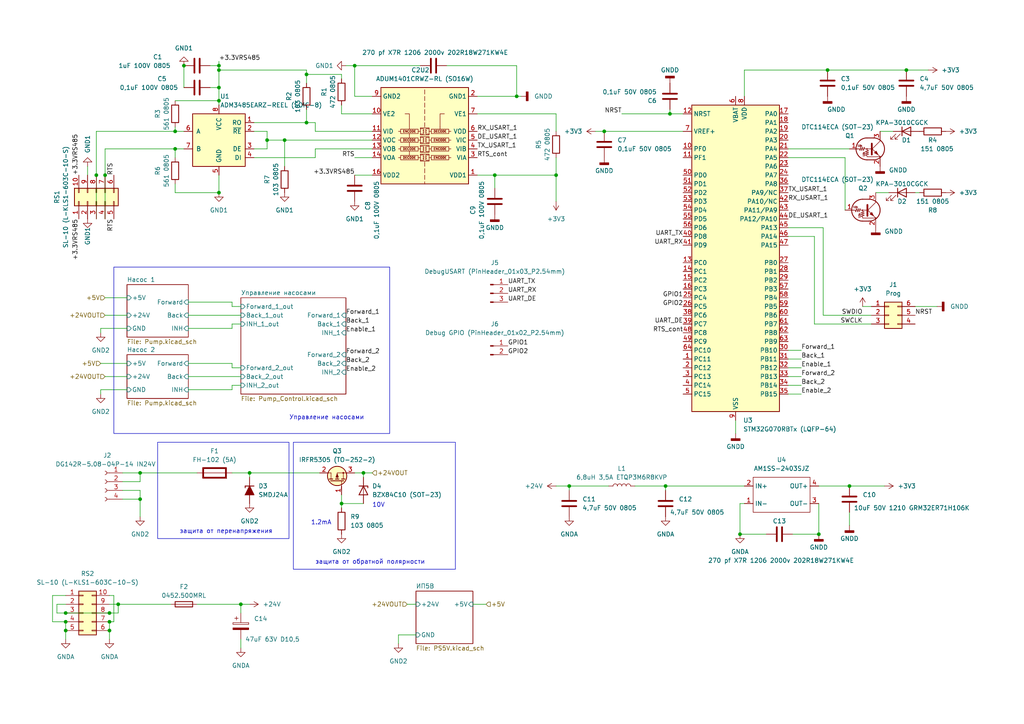
<source format=kicad_sch>
(kicad_sch (version 20230121) (generator eeschema)
  (paper "A4")
  (lib_symbols
    (symbol "Connector:Conn_01x02_Pin" (pin_names (offset 1.016) hide)
      (property "Reference" "J" (at 0 2.54 0))
      (property "Value" "Conn_01x02_Pin" (at 0 -5.08 0))
      (symbol "Conn_01x02_Pin_1_1"
        (pin passive line (at 5.08 0 180) (length 3.81) (name "Pin_1") (number "1"))
        (pin passive line (at 5.08 -2.54 180) (length 3.81) (name "Pin_2") (number "2"))
      )
    )
    (symbol "Connector:Conn_01x03_Pin" (pin_names (offset 1.016) hide)
      (property "Reference" "J" (at 0 5.08 0))
      (property "Value" "Conn_01x03_Pin" (at 0 -5.08 0))
      (symbol "Conn_01x03_Pin_1_1"
        (pin passive line (at 5.08 2.54 180) (length 3.81) (name "Pin_1") (number "1"))
        (pin passive line (at 5.08 0 180) (length 3.81) (name "Pin_2") (number "2"))
        (pin passive line (at 5.08 -2.54 180) (length 3.81) (name "Pin_3") (number "3"))
      )
    )
    (symbol "Connector:Conn_01x04_Socket" (pin_names (offset 1.016) hide)
      (property "Reference" "J" (at 0 5.08 0))
      (property "Value" "Conn_01x04_Socket" (at 0 -7.62 0))
      (symbol "Conn_01x04_Socket_1_1"
        (pin passive line (at -5.08 2.54 0) (length 3.81) (name "Pin_1") (number "1"))
        (pin passive line (at -5.08 0 0) (length 3.81) (name "Pin_2") (number "2"))
        (pin passive line (at -5.08 -2.54 0) (length 3.81) (name "Pin_3") (number "3"))
        (pin passive line (at -5.08 -5.08 0) (length 3.81) (name "Pin_4") (number "4"))
      )
    )
    (symbol "Connector_Generic:Conn_02x03_Counter_Clockwise" (pin_names (offset 1.016) hide)
      (property "Reference" "J" (at 1.27 5.08 0))
      (property "Value" "Conn_02x03_Counter_Clockwise" (at 1.27 -5.08 0))
      (symbol "Conn_02x03_Counter_Clockwise_1_1"
        (pin passive line (at -5.08 2.54 0) (length 3.81) (name "Pin_1") (number "1"))
        (pin passive line (at -5.08 0 0) (length 3.81) (name "Pin_2") (number "2"))
        (pin passive line (at -5.08 -2.54 0) (length 3.81) (name "Pin_3") (number "3"))
        (pin passive line (at 7.62 -2.54 180) (length 3.81) (name "Pin_4") (number "4"))
        (pin passive line (at 7.62 0 180) (length 3.81) (name "Pin_5") (number "5"))
        (pin passive line (at 7.62 2.54 180) (length 3.81) (name "Pin_6") (number "6"))
      )
    )
    (symbol "Connector_Generic:Conn_02x05_Counter_Clockwise" (pin_names (offset 1.016) hide)
      (property "Reference" "J" (at 1.27 7.62 0))
      (property "Value" "Conn_02x05_Counter_Clockwise" (at 1.27 -7.62 0))
      (symbol "Conn_02x05_Counter_Clockwise_1_1"
        (pin passive line (at -5.08 5.08 0) (length 3.81) (name "Pin_1") (number "1"))
        (pin passive line (at 7.62 5.08 180) (length 3.81) (name "Pin_10") (number "10"))
        (pin passive line (at -5.08 2.54 0) (length 3.81) (name "Pin_2") (number "2"))
        (pin passive line (at -5.08 0 0) (length 3.81) (name "Pin_3") (number "3"))
        (pin passive line (at -5.08 -2.54 0) (length 3.81) (name "Pin_4") (number "4"))
        (pin passive line (at -5.08 -5.08 0) (length 3.81) (name "Pin_5") (number "5"))
        (pin passive line (at 7.62 -5.08 180) (length 3.81) (name "Pin_6") (number "6"))
        (pin passive line (at 7.62 -2.54 180) (length 3.81) (name "Pin_7") (number "7"))
        (pin passive line (at 7.62 0 180) (length 3.81) (name "Pin_8") (number "8"))
        (pin passive line (at 7.62 2.54 180) (length 3.81) (name "Pin_9") (number "9"))
      )
    )
    (symbol "Converter_DCDC:AM1SS-"
      (property "Reference" "U" (at -1.27 2.54 0))
      (property "Value" "AM1SS-" (at 0 0 0))
      (symbol "AM1SS-_1_1"
        (pin input line (at -8.89 -5.08 0) (length 2.56) (name "IN-") (number "1"))
        (pin input line (at -8.89 -10.16 0) (length 2.56) (name "IN+") (number "2"))
        (pin output line (at 12.7 -5.08 180) (length 2.56) (name "OUT-") (number "3"))
        (pin output line (at 12.7 -10.16 180) (length 2.56) (name "OUT+") (number "4"))
      )
    )
    (symbol "Device:C" (pin_numbers hide) (pin_names (offset 0.254))
      (property "Reference" "C" (at 0.635 2.54 0))
      (property "Value" "C" (at 0.635 -2.54 0))
      (symbol "C_1_1"
        (pin passive line (at 0 3.81 270) (length 2.794) (name "~") (number "1"))
        (pin passive line (at 0 -3.81 90) (length 2.794) (name "~") (number "2"))
      )
    )
    (symbol "Device:C_Polarized" (pin_numbers hide) (pin_names (offset 0.254))
      (property "Reference" "C" (at 0.635 2.54 0))
      (property "Value" "C_Polarized" (at 0.635 -2.54 0))
      (symbol "C_Polarized_1_1"
        (pin passive line (at 0 3.81 270) (length 2.794) (name "~") (number "1"))
        (pin passive line (at 0 -3.81 90) (length 2.794) (name "~") (number "2"))
      )
    )
    (symbol "Device:Fuse" (pin_numbers hide) (pin_names (offset 0))
      (property "Reference" "F" (at 2.032 0 90))
      (property "Value" "Fuse" (at -1.905 0 90))
      (symbol "Fuse_1_1"
        (pin passive line (at 0 3.81 270) (length 1.27) (name "~") (number "1"))
        (pin passive line (at 0 -3.81 90) (length 1.27) (name "~") (number "2"))
      )
    )
    (symbol "Device:L" (pin_numbers hide) (pin_names (offset 1.016) hide)
      (property "Reference" "L" (at -1.27 0 90))
      (property "Value" "L" (at 1.905 0 90))
      (symbol "L_1_1"
        (pin passive line (at 0 3.81 270) (length 1.27) (name "1") (number "1"))
        (pin passive line (at 0 -3.81 90) (length 1.27) (name "2") (number "2"))
      )
    )
    (symbol "Device:LED" (pin_numbers hide) (pin_names (offset 1.016) hide)
      (property "Reference" "D" (at 0 2.54 0))
      (property "Value" "LED" (at 0 -2.54 0))
      (symbol "LED_1_1"
        (pin passive line (at -3.81 0 0) (length 2.54) (name "K") (number "1"))
        (pin passive line (at 3.81 0 180) (length 2.54) (name "A") (number "2"))
      )
    )
    (symbol "Device:R" (pin_numbers hide) (pin_names (offset 0))
      (property "Reference" "R" (at 2.032 0 90))
      (property "Value" "R" (at 0 0 90))
      (symbol "R_1_1"
        (pin passive line (at 0 3.81 270) (length 1.27) (name "~") (number "1"))
        (pin passive line (at 0 -3.81 90) (length 1.27) (name "~") (number "2"))
      )
    )
    (symbol "Diode:BZX84Cxx" (pin_numbers hide) (pin_names hide)
      (property "Reference" "D" (at 0 3.81 0))
      (property "Value" "BZX84Cxx" (at 0 -3.81 0))
      (symbol "BZX84Cxx_1_1"
        (pin passive line (at 3.81 0 180) (length 2.54) (name "A") (number "1"))
        (pin no_connect line (at 1.27 0 180) (length 2.54) hide (name "NC") (number "2"))
        (pin passive line (at -3.81 0 0) (length 2.54) (name "K") (number "3"))
      )
    )
    (symbol "Interface_UART:SP3485CN" (pin_names (offset 1.016))
      (property "Reference" "U" (at -7.62 8.89 0))
      (property "Value" "SP3485CN" (at 2.54 8.89 0))
      (symbol "SP3485CN_1_1"
        (pin output line (at -10.16 5.08 0) (length 2.54) (name "RO") (number "1"))
        (pin input line (at -10.16 2.54 0) (length 2.54) (name "~{RE}") (number "2"))
        (pin input line (at -10.16 -2.54 0) (length 2.54) (name "DE") (number "3"))
        (pin input line (at -10.16 -5.08 0) (length 2.54) (name "DI") (number "4"))
        (pin power_in line (at 0 -10.16 90) (length 2.54) (name "GND") (number "5"))
        (pin bidirectional line (at 10.16 2.54 180) (length 2.54) (name "A") (number "6"))
        (pin bidirectional line (at 10.16 -2.54 180) (length 2.54) (name "B") (number "7"))
        (pin power_in line (at 0 10.16 270) (length 2.54) (name "VCC") (number "8"))
      )
    )
    (symbol "Isolator:ADuM1401xRW"
      (property "Reference" "U" (at 0 19.05 0))
      (property "Value" "ADuM1401xRW" (at 0 16.51 0))
      (symbol "ADuM1401xRW_0_0"
        (text "DECODE" (at -4.445 0 0) (effects (font (size 0.635 0.635))))
        (text "DECODE" (at 4.445 2.54 0) (effects (font (size 0.635 0.635))))
        (text "DECODE" (at 4.445 5.08 0) (effects (font (size 0.635 0.635))))
        (text "DECODE" (at 4.445 7.62 0) (effects (font (size 0.635 0.635))))
        (text "ENCODE" (at -4.445 2.54 0) (effects (font (size 0.635 0.635))))
        (text "ENCODE" (at -4.445 5.08 0) (effects (font (size 0.635 0.635))))
        (text "ENCODE" (at -4.445 7.62 0) (effects (font (size 0.635 0.635))))
        (text "ENCODE" (at 4.445 0 0) (effects (font (size 0.635 0.635))))
      )
      (symbol "ADuM1401xRW_1_1"
        (pin power_in line (at -15.24 12.7 0) (length 2.54) (name "VDD1") (number "1"))
        (pin input line (at 15.24 -5.08 180) (length 2.54) (name "VE2") (number "10"))
        (pin input line (at 15.24 0 180) (length 2.54) (name "VID") (number "11"))
        (pin output line (at 15.24 2.54 180) (length 2.54) (name "VOC") (number "12"))
        (pin output line (at 15.24 5.08 180) (length 2.54) (name "VOB") (number "13"))
        (pin output line (at 15.24 7.62 180) (length 2.54) (name "VOA") (number "14"))
        (pin passive line (at 15.24 -10.16 180) (length 2.54) hide (name "GND2") (number "15"))
        (pin power_in line (at 15.24 12.7 180) (length 2.54) (name "VDD2") (number "16"))
        (pin power_in line (at -15.24 -10.16 0) (length 2.54) (name "GND1") (number "2"))
        (pin input line (at -15.24 7.62 0) (length 2.54) (name "VIA") (number "3"))
        (pin input line (at -15.24 5.08 0) (length 2.54) (name "VIB") (number "4"))
        (pin input line (at -15.24 2.54 0) (length 2.54) (name "VIC") (number "5"))
        (pin output line (at -15.24 0 0) (length 2.54) (name "VOD") (number "6"))
        (pin input line (at -15.24 -5.08 0) (length 2.54) (name "VE1") (number "7"))
        (pin passive line (at -15.24 -10.16 0) (length 2.54) hide (name "GND1") (number "8"))
        (pin power_in line (at 15.24 -10.16 180) (length 2.54) (name "GND2") (number "9"))
      )
    )
    (symbol "MCU_ST_STM32G0:STM32G070RBTx"
      (property "Reference" "U" (at -12.7 46.99 0))
      (property "Value" "STM32G070RBTx" (at 5.08 46.99 0))
      (symbol "STM32G070RBTx_1_1"
        (pin bidirectional line (at -15.24 -27.94 0) (length 2.54) (name "PC11") (number "1"))
        (pin bidirectional line (at -15.24 33.02 0) (length 2.54) (name "PF0") (number "10"))
        (pin bidirectional line (at -15.24 30.48 0) (length 2.54) (name "PF1") (number "11"))
        (pin input line (at -15.24 43.18 0) (length 2.54) (name "NRST") (number "12"))
        (pin bidirectional line (at -15.24 0 0) (length 2.54) (name "PC0") (number "13"))
        (pin bidirectional line (at -15.24 -2.54 0) (length 2.54) (name "PC1") (number "14"))
        (pin bidirectional line (at -15.24 -5.08 0) (length 2.54) (name "PC2") (number "15"))
        (pin bidirectional line (at -15.24 -7.62 0) (length 2.54) (name "PC3") (number "16"))
        (pin bidirectional line (at 15.24 43.18 180) (length 2.54) (name "PA0") (number "17"))
        (pin bidirectional line (at 15.24 40.64 180) (length 2.54) (name "PA1") (number "18"))
        (pin bidirectional line (at 15.24 38.1 180) (length 2.54) (name "PA2") (number "19"))
        (pin bidirectional line (at -15.24 -30.48 0) (length 2.54) (name "PC12") (number "2"))
        (pin bidirectional line (at 15.24 35.56 180) (length 2.54) (name "PA3") (number "20"))
        (pin bidirectional line (at 15.24 33.02 180) (length 2.54) (name "PA4") (number "21"))
        (pin bidirectional line (at 15.24 30.48 180) (length 2.54) (name "PA5") (number "22"))
        (pin bidirectional line (at 15.24 27.94 180) (length 2.54) (name "PA6") (number "23"))
        (pin bidirectional line (at 15.24 25.4 180) (length 2.54) (name "PA7") (number "24"))
        (pin bidirectional line (at -15.24 -10.16 0) (length 2.54) (name "PC4") (number "25"))
        (pin bidirectional line (at -15.24 -12.7 0) (length 2.54) (name "PC5") (number "26"))
        (pin bidirectional line (at 15.24 0 180) (length 2.54) (name "PB0") (number "27"))
        (pin bidirectional line (at 15.24 -2.54 180) (length 2.54) (name "PB1") (number "28"))
        (pin bidirectional line (at 15.24 -5.08 180) (length 2.54) (name "PB2") (number "29"))
        (pin bidirectional line (at -15.24 -33.02 0) (length 2.54) (name "PC13") (number "3"))
        (pin bidirectional line (at 15.24 -25.4 180) (length 2.54) (name "PB10") (number "30"))
        (pin bidirectional line (at 15.24 -27.94 180) (length 2.54) (name "PB11") (number "31"))
        (pin bidirectional line (at 15.24 -30.48 180) (length 2.54) (name "PB12") (number "32"))
        (pin bidirectional line (at 15.24 -33.02 180) (length 2.54) (name "PB13") (number "33"))
        (pin bidirectional line (at 15.24 -35.56 180) (length 2.54) (name "PB14") (number "34"))
        (pin bidirectional line (at 15.24 -38.1 180) (length 2.54) (name "PB15") (number "35"))
        (pin bidirectional line (at 15.24 22.86 180) (length 2.54) (name "PA8") (number "36"))
        (pin bidirectional line (at 15.24 20.32 180) (length 2.54) (name "PA9/NC") (number "37"))
        (pin bidirectional line (at -15.24 -15.24 0) (length 2.54) (name "PC6") (number "38"))
        (pin bidirectional line (at -15.24 -17.78 0) (length 2.54) (name "PC7") (number "39"))
        (pin bidirectional line (at -15.24 -35.56 0) (length 2.54) (name "PC14") (number "4"))
        (pin bidirectional line (at -15.24 7.62 0) (length 2.54) (name "PD8") (number "40"))
        (pin bidirectional line (at -15.24 5.08 0) (length 2.54) (name "PD9") (number "41"))
        (pin bidirectional line (at 15.24 17.78 180) (length 2.54) (name "PA10/NC") (number "42"))
        (pin bidirectional line (at 15.24 15.24 180) (length 2.54) (name "PA11/PA9") (number "43"))
        (pin bidirectional line (at 15.24 12.7 180) (length 2.54) (name "PA12/PA10") (number "44"))
        (pin bidirectional line (at 15.24 10.16 180) (length 2.54) (name "PA13") (number "45"))
        (pin bidirectional line (at 15.24 7.62 180) (length 2.54) (name "PA14") (number "46"))
        (pin bidirectional line (at 15.24 5.08 180) (length 2.54) (name "PA15") (number "47"))
        (pin bidirectional line (at -15.24 -20.32 0) (length 2.54) (name "PC8") (number "48"))
        (pin bidirectional line (at -15.24 -22.86 0) (length 2.54) (name "PC9") (number "49"))
        (pin bidirectional line (at -15.24 -38.1 0) (length 2.54) (name "PC15") (number "5"))
        (pin bidirectional line (at -15.24 25.4 0) (length 2.54) (name "PD0") (number "50"))
        (pin bidirectional line (at -15.24 22.86 0) (length 2.54) (name "PD1") (number "51"))
        (pin bidirectional line (at -15.24 20.32 0) (length 2.54) (name "PD2") (number "52"))
        (pin bidirectional line (at -15.24 17.78 0) (length 2.54) (name "PD3") (number "53"))
        (pin bidirectional line (at -15.24 15.24 0) (length 2.54) (name "PD4") (number "54"))
        (pin bidirectional line (at -15.24 12.7 0) (length 2.54) (name "PD5") (number "55"))
        (pin bidirectional line (at -15.24 10.16 0) (length 2.54) (name "PD6") (number "56"))
        (pin bidirectional line (at 15.24 -7.62 180) (length 2.54) (name "PB3") (number "57"))
        (pin bidirectional line (at 15.24 -10.16 180) (length 2.54) (name "PB4") (number "58"))
        (pin bidirectional line (at 15.24 -12.7 180) (length 2.54) (name "PB5") (number "59"))
        (pin power_in line (at 0 48.26 270) (length 2.54) (name "VBAT") (number "6"))
        (pin bidirectional line (at 15.24 -15.24 180) (length 2.54) (name "PB6") (number "60"))
        (pin bidirectional line (at 15.24 -17.78 180) (length 2.54) (name "PB7") (number "61"))
        (pin bidirectional line (at 15.24 -20.32 180) (length 2.54) (name "PB8") (number "62"))
        (pin bidirectional line (at 15.24 -22.86 180) (length 2.54) (name "PB9") (number "63"))
        (pin bidirectional line (at -15.24 -25.4 0) (length 2.54) (name "PC10") (number "64"))
        (pin input line (at -15.24 38.1 0) (length 2.54) (name "VREF+") (number "7"))
        (pin power_in line (at 2.54 48.26 270) (length 2.54) (name "VDD") (number "8"))
        (pin power_in line (at 0 -45.72 90) (length 2.54) (name "VSS") (number "9"))
      )
    )
    (symbol "PCM_4ms_Power-symbol:GNDA" (power) (pin_numbers hide) (pin_names (offset 0) hide)
      (property "Value" "GNDA" (at 0 -3.81 0))
      (symbol "GNDA_1_1"
        (pin power_in line (at 0 0 270) (length 0) hide (name "GNDA") (number "1"))
      )
    )
    (symbol "PCM_Diode_TVS_AKL:SMDJ24A" (pin_numbers hide) (pin_names (offset 1.016) hide)
      (property "Reference" "D" (at 0 5.08 0))
      (property "Value" "SMDJ24A" (at 0 2.54 0))
      (symbol "SMDJ24A_1_1"
        (pin passive line (at 3.81 0 180) (length 2.54) (name "K") (number "1"))
        (pin passive line (at -3.81 0 0) (length 2.54) (name "A") (number "2"))
      )
    )
    (symbol "PCM_Elektuur:F" (pin_numbers hide) (pin_names (offset 0) hide)
      (property "Reference" "F" (at 2.54 3.175 0))
      (property "Value" "F" (at 2.54 -3.175 0))
      (symbol "F_1_0"
        (pin passive line (at 0 5.08 270) (length 1.651) (name "+") (number "1"))
        (pin passive line (at 0 -5.08 90) (length 1.651) (name "-") (number "2"))
      )
    )
    (symbol "PCM_Transistor_MOSFET_AKL:IRFR5305" (pin_names hide)
      (property "Reference" "Q" (at 5.08 1.27 0))
      (property "Value" "IRFR5305" (at 5.08 -1.27 0))
      (symbol "IRFR5305_1_1"
        (pin input line (at -3.81 1.27 0) (length 2.54) (name "G") (number "1"))
        (pin passive line (at 2.54 -5.08 90) (length 2.54) (name "D") (number "2"))
        (pin passive line (at 2.54 5.08 270) (length 2.54) (name "S") (number "3"))
      )
    )
    (symbol "Transistor_BJT:DTC114E" (pin_names (offset 0) hide)
      (property "Reference" "Q" (at 5.08 1.905 0))
      (property "Value" "DTC114E" (at 5.08 0 0))
      (symbol "DTC114E_0_0"
        (text "10k" (at -3.302 0.889 0) (effects (font (size 0.508 0.508))))
        (text "10k" (at -2.159 -1.524 900) (effects (font (size 0.508 0.508))))
      )
      (symbol "DTC114E_1_1"
        (pin input line (at -6.35 0 0) (length 2.54) (name "B") (number "1"))
        (pin passive line (at 2.54 -5.08 90) (length 2.54) (name "E") (number "2"))
        (pin passive line (at 2.54 5.08 270) (length 2.54) (name "C") (number "3"))
      )
    )
    (symbol "power:+24V" (power) (pin_numbers hide) (pin_names (offset 0) hide)
      (property "Value" "+24V" (at 0 3.556 0))
      (symbol "+24V_1_1"
        (pin power_in line (at 0 0 90) (length 0) hide (name "+24V") (number "1"))
      )
    )
    (symbol "power:+3V3" (power) (pin_numbers hide) (pin_names (offset 0) hide)
      (property "Value" "+3V3" (at 0 3.556 0))
      (symbol "+3V3_1_1"
        (pin power_in line (at 0 0 90) (length 0) hide (name "+3V3") (number "1"))
      )
    )
    (symbol "power:GND1" (power) (pin_numbers hide) (pin_names (offset 0) hide)
      (property "Value" "GND1" (at 0 -3.81 0))
      (symbol "GND1_1_1"
        (pin power_in line (at 0 0 270) (length 0) hide (name "GND1") (number "1"))
      )
    )
    (symbol "power:GND2" (power) (pin_numbers hide) (pin_names (offset 0) hide)
      (property "Value" "GND2" (at 0 -3.81 0))
      (symbol "GND2_1_1"
        (pin power_in line (at 0 0 270) (length 0) hide (name "GND2") (number "1"))
      )
    )
    (symbol "power:GNDD" (power) (pin_numbers hide) (pin_names (offset 0) hide)
      (property "Value" "GNDD" (at 0 -3.175 0))
      (symbol "GNDD_1_1"
        (pin power_in line (at 0 0 270) (length 0) hide (name "GNDD") (number "1"))
      )
    )
  )
  (junction (at 19.05 182.88))
  (junction (at 240.03 20.32))
  (junction (at 27.94 50.8))
  (junction (at 262.89 20.32))
  (junction (at 31.75 177.8))
  (junction (at 193.04 140.97))
  (junction (at 19.05 177.8))
  (junction (at 63.5 19.05))
  (junction (at 143.51 50.8))
  (junction (at 237.49 154.94))
  (junction (at 99.06 146.05))
  (junction (at 175.26 38.1))
  (junction (at 161.29 50.8))
  (junction (at 102.87 19.05))
  (junction (at 72.39 137.16))
  (junction (at 165.1 140.97))
  (junction (at 63.5 25.4))
  (junction (at 50.8 38.1))
  (junction (at 31.75 180.34))
  (junction (at 88.9 35.56))
  (junction (at 69.85 175.26))
  (junction (at 40.64 144.78))
  (junction (at 214.63 154.94))
  (junction (at 63.5 20.32))
  (junction (at 63.5 55.88))
  (junction (at 19.05 180.34))
  (junction (at 31.75 182.88))
  (junction (at 30.48 50.8))
  (junction (at 82.55 40.64))
  (junction (at 34.29 175.26))
  (junction (at 63.5 29.21))
  (junction (at 53.34 19.05))
  (junction (at 50.8 43.18))
  (junction (at 40.64 137.16))
  (junction (at 246.38 140.97))
  (junction (at 88.9 21.59))
  (junction (at 149.86 27.94))
  (junction (at 194.31 33.02))
  (junction (at 105.41 137.16))
  (junction (at 77.47 40.64))
  (wire (pts (xy 237.49 146.05) (xy 237.49 154.94)))
  (wire (pts (xy 213.36 121.92) (xy 213.36 125.73)))
  (wire (pts (xy 31.75 180.34) (xy 31.75 182.88)))
  (wire (pts (xy 40.64 137.16) (xy 57.15 137.16)))
  (wire (pts (xy 60.96 19.05) (xy 63.5 19.05)))
  (wire (pts (xy 35.56 144.78) (xy 40.64 144.78)))
  (wire (pts (xy 105.41 137.16) (xy 102.87 137.16)))
  (wire (pts (xy 161.29 140.97) (xy 165.1 140.97)))
  (wire (pts (xy 238.76 91.44) (xy 238.76 66.04)))
  (wire (pts (xy 214.63 146.05) (xy 214.63 154.94)))
  (wire (pts (xy 27.94 38.1) (xy 50.8 38.1)))
  (wire (pts (xy 99.06 22.86) (xy 99.06 21.59)))
  (wire (pts (xy 29.21 105.41) (xy 36.83 105.41)))
  (wire (pts (xy 67.31 95.25) (xy 67.31 93.98)))
  (wire (pts (xy 184.15 140.97) (xy 193.04 140.97)))
  (wire (pts (xy 236.22 93.98) (xy 252.73 93.98)))
  (wire (pts (xy 72.39 137.16) (xy 72.39 138.43)))
  (wire (pts (xy 67.31 88.9) (xy 69.85 88.9)))
  (wire (pts (xy 29.21 96.52) (xy 29.21 95.25)))
  (wire (pts (xy 105.41 137.16) (xy 105.41 138.43)))
  (wire (pts (xy 60.96 25.4) (xy 63.5 25.4)))
  (wire (pts (xy 35.56 137.16) (xy 40.64 137.16)))
  (wire (pts (xy 34.29 175.26) (xy 49.53 175.26)))
  (wire (pts (xy 29.21 95.25) (xy 36.83 95.25)))
  (wire (pts (xy 54.61 87.63) (xy 67.31 87.63)))
  (wire (pts (xy 105.41 137.16) (xy 107.95 137.16)))
  (wire (pts (xy 19.05 182.88) (xy 19.05 185.42)))
  (wire (pts (xy 53.34 19.05) (xy 53.34 25.4)))
  (wire (pts (xy 19.05 180.34) (xy 19.05 182.88)))
  (wire (pts (xy 180.34 33.02) (xy 194.31 33.02)))
  (wire (pts (xy 63.5 50.8) (xy 63.5 55.88)))
  (wire (pts (xy 236.22 93.98) (xy 236.22 68.58)))
  (wire (pts (xy 50.8 38.1) (xy 53.34 38.1)))
  (wire (pts (xy 54.61 109.22) (xy 69.85 109.22)))
  (wire (pts (xy 69.85 175.26) (xy 69.85 177.8)))
  (wire (pts (xy 67.31 105.41) (xy 67.31 106.68)))
  (wire (pts (xy 30.48 86.36) (xy 36.83 86.36)))
  (wire (pts (xy 27.94 38.1) (xy 27.94 50.8)))
  (wire (pts (xy 198.12 33.02) (xy 194.31 33.02)))
  (wire (pts (xy 50.8 45.72) (xy 50.8 43.18)))
  (wire (pts (xy 88.9 31.75) (xy 88.9 35.56)))
  (wire (pts (xy 16.51 175.26) (xy 16.51 177.8)))
  (wire (pts (xy 72.39 137.16) (xy 92.71 137.16)))
  (wire (pts (xy 40.64 144.78) (xy 40.64 142.24)))
  (wire (pts (xy 229.87 154.94) (xy 237.49 154.94)))
  (wire (pts (xy 50.8 36.83) (xy 50.8 38.1)))
  (wire (pts (xy 54.61 113.03) (xy 67.31 113.03)))
  (wire (pts (xy 215.9 146.05) (xy 214.63 146.05)))
  (wire (pts (xy 165.1 142.24) (xy 165.1 140.97)))
  (wire (pts (xy 246.38 140.97) (xy 256.54 140.97)))
  (wire (pts (xy 30.48 109.22) (xy 36.83 109.22)))
  (wire (pts (xy 245.11 45.72) (xy 245.11 60.96)))
  (wire (pts (xy 77.47 40.64) (xy 77.47 43.18)))
  (wire (pts (xy 63.5 17.78) (xy 63.5 19.05)))
  (wire (pts (xy 50.8 55.88) (xy 63.5 55.88)))
  (wire (pts (xy 77.47 38.1) (xy 77.47 40.64)))
  (wire (pts (xy 88.9 21.59) (xy 99.06 21.59)))
  (wire (pts (xy 240.03 20.32) (xy 262.89 20.32)))
  (wire (pts (xy 194.31 33.02) (xy 194.31 31.75)))
  (wire (pts (xy 99.06 33.02) (xy 99.06 30.48)))
  (wire (pts (xy 99.06 143.51) (xy 99.06 146.05)))
  (wire (pts (xy 105.41 146.05) (xy 99.06 146.05)))
  (wire (pts (xy 129.54 19.05) (xy 149.86 19.05)))
  (wire (pts (xy 50.8 43.18) (xy 53.34 43.18)))
  (wire (pts (xy 29.21 113.03) (xy 36.83 113.03)))
  (wire (pts (xy 236.22 68.58) (xy 228.6 68.58)))
  (wire (pts (xy 27.94 63.5) (xy 27.94 50.8)))
  (wire (pts (xy 262.89 20.32) (xy 269.24 20.32)))
  (wire (pts (xy 172.72 38.1) (xy 175.26 38.1)))
  (wire (pts (xy 34.29 177.8) (xy 34.29 175.26)))
  (wire (pts (xy 237.49 140.97) (xy 246.38 140.97)))
  (wire (pts (xy 73.66 45.72) (xy 91.44 45.72)))
  (wire (pts (xy 118.11 175.26) (xy 120.65 175.26)))
  (wire (pts (xy 102.87 45.72) (xy 107.95 45.72)))
  (wire (pts (xy 265.43 88.9) (xy 271.78 88.9)))
  (wire (pts (xy 19.05 175.26) (xy 16.51 175.26)))
  (wire (pts (xy 73.66 38.1) (xy 77.47 38.1)))
  (wire (pts (xy 138.43 33.02) (xy 161.29 33.02)))
  (wire (pts (xy 246.38 148.59) (xy 246.38 152.4)))
  (wire (pts (xy 31.75 182.88) (xy 31.75 185.42)))
  (wire (pts (xy 67.31 93.98) (xy 69.85 93.98)))
  (wire (pts (xy 120.65 184.15) (xy 115.57 184.15)))
  (wire (pts (xy 69.85 185.42) (xy 69.85 187.96)))
  (wire (pts (xy 193.04 142.24) (xy 193.04 140.97)))
  (wire (pts (xy 19.05 172.72) (xy 15.24 172.72)))
  (wire (pts (xy 40.64 149.86) (xy 40.64 144.78)))
  (wire (pts (xy 143.51 50.8) (xy 143.51 54.61)))
  (wire (pts (xy 149.86 27.94) (xy 151.13 27.94)))
  (wire (pts (xy 121.92 19.05) (xy 102.87 19.05)))
  (wire (pts (xy 77.47 40.64) (xy 82.55 40.64)))
  (wire (pts (xy 40.64 142.24) (xy 35.56 142.24)))
  (wire (pts (xy 138.43 50.8) (xy 143.51 50.8)))
  (wire (pts (xy 161.29 45.72) (xy 161.29 50.8)))
  (wire (pts (xy 16.51 177.8) (xy 19.05 177.8)))
  (wire (pts (xy 31.75 177.8) (xy 34.29 177.8)))
  (wire (pts (xy 137.16 175.26) (xy 140.97 175.26)))
  (wire (pts (xy 30.48 43.18) (xy 30.48 50.8)))
  (wire (pts (xy 228.6 111.76) (xy 232.41 111.76)))
  (wire (pts (xy 67.31 87.63) (xy 67.31 88.9)))
  (wire (pts (xy 193.04 140.97) (xy 215.9 140.97)))
  (wire (pts (xy 99.06 146.05) (xy 99.06 147.32)))
  (wire (pts (xy 35.56 139.7) (xy 40.64 139.7)))
  (wire (pts (xy 99.06 33.02) (xy 107.95 33.02)))
  (wire (pts (xy 50.8 29.21) (xy 63.5 29.21)))
  (wire (pts (xy 15.24 180.34) (xy 19.05 180.34)))
  (wire (pts (xy 228.6 101.6) (xy 232.41 101.6)))
  (wire (pts (xy 67.31 106.68) (xy 69.85 106.68)))
  (wire (pts (xy 77.47 43.18) (xy 73.66 43.18)))
  (wire (pts (xy 250.19 88.9) (xy 252.73 88.9)))
  (wire (pts (xy 67.31 137.16) (xy 72.39 137.16)))
  (wire (pts (xy 100.33 19.05) (xy 102.87 19.05)))
  (wire (pts (xy 63.5 20.32) (xy 88.9 20.32)))
  (wire (pts (xy 254 55.88) (xy 257.81 55.88)))
  (wire (pts (xy 63.5 20.32) (xy 63.5 25.4)))
  (wire (pts (xy 50.8 53.34) (xy 50.8 55.88)))
  (wire (pts (xy 54.61 105.41) (xy 67.31 105.41)))
  (wire (pts (xy 228.6 106.68) (xy 232.41 106.68)))
  (wire (pts (xy 91.44 38.1) (xy 107.95 38.1)))
  (wire (pts (xy 54.61 91.44) (xy 69.85 91.44)))
  (wire (pts (xy 40.64 139.7) (xy 40.64 137.16)))
  (wire (pts (xy 115.57 184.15) (xy 115.57 186.69)))
  (wire (pts (xy 238.76 91.44) (xy 252.73 91.44)))
  (wire (pts (xy 30.48 91.44) (xy 36.83 91.44)))
  (wire (pts (xy 63.5 19.05) (xy 63.5 20.32)))
  (wire (pts (xy 88.9 35.56) (xy 73.66 35.56)))
  (wire (pts (xy 54.61 95.25) (xy 67.31 95.25)))
  (wire (pts (xy 29.21 114.3) (xy 29.21 113.03)))
  (wire (pts (xy 67.31 111.76) (xy 69.85 111.76)))
  (wire (pts (xy 88.9 21.59) (xy 88.9 24.13)))
  (wire (pts (xy 228.6 45.72) (xy 245.11 45.72)))
  (wire (pts (xy 228.6 114.3) (xy 232.41 114.3)))
  (wire (pts (xy 228.6 104.14) (xy 232.41 104.14)))
  (wire (pts (xy 215.9 20.32) (xy 215.9 27.94)))
  (wire (pts (xy 25.4 48.26) (xy 25.4 50.8)))
  (wire (pts (xy 69.85 175.26) (xy 72.39 175.26)))
  (wire (pts (xy 82.55 40.64) (xy 82.55 48.26)))
  (wire (pts (xy 91.44 35.56) (xy 91.44 38.1)))
  (wire (pts (xy 63.5 29.21) (xy 63.5 30.48)))
  (wire (pts (xy 67.31 113.03) (xy 67.31 111.76)))
  (wire (pts (xy 102.87 50.8) (xy 107.95 50.8)))
  (wire (pts (xy 138.43 27.94) (xy 149.86 27.94)))
  (wire (pts (xy 15.24 172.72) (xy 15.24 180.34)))
  (wire (pts (xy 161.29 50.8) (xy 161.29 58.42)))
  (wire (pts (xy 265.43 55.88) (xy 266.7 55.88)))
  (wire (pts (xy 63.5 25.4) (xy 63.5 29.21)))
  (wire (pts (xy 31.75 172.72) (xy 33.02 172.72)))
  (wire (pts (xy 161.29 33.02) (xy 161.29 38.1)))
  (wire (pts (xy 259.08 38.1) (xy 255.27 38.1)))
  (wire (pts (xy 33.02 172.72) (xy 33.02 180.34)))
  (wire (pts (xy 88.9 21.59) (xy 88.9 20.32)))
  (wire (pts (xy 228.6 43.18) (xy 246.38 43.18)))
  (wire (pts (xy 91.44 45.72) (xy 91.44 43.18)))
  (wire (pts (xy 91.44 43.18) (xy 107.95 43.18)))
  (wire (pts (xy 214.63 154.94) (xy 222.25 154.94)))
  (wire (pts (xy 19.05 177.8) (xy 31.75 177.8)))
  (wire (pts (xy 57.15 175.26) (xy 69.85 175.26)))
  (wire (pts (xy 228.6 109.22) (xy 232.41 109.22)))
  (wire (pts (xy 143.51 50.8) (xy 161.29 50.8)))
  (wire (pts (xy 30.48 63.5) (xy 30.48 50.8)))
  (wire (pts (xy 30.48 43.18) (xy 50.8 43.18)))
  (wire (pts (xy 91.44 35.56) (xy 88.9 35.56)))
  (wire (pts (xy 102.87 27.94) (xy 107.95 27.94)))
  (wire (pts (xy 175.26 38.1) (xy 198.12 38.1)))
  (wire (pts (xy 238.76 66.04) (xy 228.6 66.04)))
  (wire (pts (xy 31.75 175.26) (xy 34.29 175.26)))
  (wire (pts (xy 102.87 19.05) (xy 102.87 27.94)))
  (wire (pts (xy 33.02 180.34) (xy 31.75 180.34)))
  (wire (pts (xy 165.1 140.97) (xy 176.53 140.97)))
  (wire (pts (xy 149.86 19.05) (xy 149.86 27.94)))
  (wire (pts (xy 215.9 20.32) (xy 240.03 20.32)))
  (wire (pts (xy 82.55 40.64) (xy 107.95 40.64)))
  (rectangle (start 33.02 77.47) (end 113.03 125.73))
  (rectangle (start 45.72 128.27) (end 83.82 156.21))
  (rectangle (start 85.09 128.27) (end 132.08 165.1))
  (text "Управление насосами" (at 83.82 121.92 0) (effects (font (size 1.27 1.27)) (justify left bottom)))
  (text "10V" (at 107.95 147.32 0) (effects (font (size 1.27 1.27)) (justify left bottom)))
  (text "защита от перенапряжения\n" (at 52.07 154.94 0) (effects (font (size 1.27 1.27)) (justify left bottom)))
  (text "1.2mA" (at 90.17 152.4 0) (effects (font (size 1.27 1.27)) (justify left bottom)))
  (text "защита от обратной полярности" (at 91.44 163.83 0) (effects (font (size 1.27 1.27)) (justify left bottom)))
  (label "+3.3VRS485" (at 22.86 50.8 90))
  (label "NRST" (at 180.34 33.02 180))
  (label "UART_TX" (at 147.32 82.55 0))
  (label "RTS_cont" (at 138.43 45.72 0))
  (label "RX_USART_1" (at 138.43 38.1 0))
  (label "UART_TX" (at 198.12 68.58 180))
  (label "RX_USART_1" (at 228.6 58.42 0))
  (label "Forward_2" (at 100.33 102.87 0))
  (label "Forward_1" (at 232.41 101.6 0))
  (label "DE_USART_1" (at 228.6 63.5 0))
  (label "UART_DE" (at 198.12 93.98 180))
  (label "UART_RX" (at 147.32 85.09 0))
  (label "DE_USART_1" (at 138.43 40.64 0))
  (label "UART_RX" (at 198.12 71.12 180))
  (label "Back_1" (at 232.41 104.14 0))
  (label "Enable_1" (at 232.41 106.68 0))
  (label "RTS_cont" (at 198.12 96.52 180))
  (label "RTS" (at 33.02 63.5 270))
  (label "Enable_2" (at 100.33 107.95 0))
  (label "RTS" (at 33.02 50.8 90))
  (label "Forward_2" (at 232.41 109.22 0))
  (label "TX_USART_1" (at 228.6 55.88 0))
  (label "NRST" (at 265.43 91.44 0))
  (label "SWDIO" (at 250.19 91.44 180))
  (label "+3.3VRS485" (at 102.87 50.8 180))
  (label "Enable_2" (at 232.41 114.3 0))
  (label "+3.3VRS485" (at 22.86 63.5 270))
  (label "GPIO2" (at 147.32 102.87 0))
  (label "Back_2" (at 232.41 111.76 0))
  (label "Forward_1" (at 100.33 91.44 0))
  (label "+3.3VRS485" (at 63.5 17.78 0))
  (label "RTS" (at 102.87 45.72 180))
  (label "GPIO2" (at 198.12 88.9 180))
  (label "TX_USART_1" (at 138.43 43.18 0))
  (label "UART_DE" (at 147.32 87.63 0))
  (label "SWCLK" (at 250.19 93.98 180))
  (label "Back_2" (at 100.33 105.41 0))
  (label "Back_1" (at 100.33 93.98 0))
  (label "GPIO1" (at 198.12 86.36 180))
  (label "GPIO1" (at 147.32 100.33 0))
  (label "Enable_1" (at 100.33 96.52 0))
  (hierarchical_label "+24VOUT" (shape input) (at 30.48 91.44 180))
  (hierarchical_label "+5V" (shape input) (at 30.48 86.36 180))
  (hierarchical_label "+24VOUT" (shape input) (at 118.11 175.26 180))
  (hierarchical_label "+24VOUT" (shape input) (at 107.95 137.16 0))
  (hierarchical_label "+5V" (shape input) (at 140.97 175.26 0))
  (hierarchical_label "+5V" (shape input) (at 29.21 105.41 180))
  (hierarchical_label "+24VOUT" (shape input) (at 30.48 109.22 180))
  (symbol (lib_id "power:GND1") (at 82.55 55.88 0) (unit 1)
    (property "Reference" "#PWR014" (effects hide))
    (property "Value" "GND1" (at 82.55 60.96 0))
  )
  (symbol (lib_id "Device:C") (at 226.06 154.94 90) (unit 1)
    (property "Reference" "C13" (at 226.06 151.13 90))
    (property "Value" " 270 pf X7R 1206 2000v 202R18W271KW4E" (at 226.06 162.56 90))
    (property "Footprint" "PCM_Capacitor_SMD_Handsoldering_AKL:C_1210_3225Metric_Pad1.42x2.65mm" (effects hide))
  )
  (symbol (lib_id "power:GNDD") (at 271.78 88.9 90) (unit 1)
    (property "Reference" "#PWR022" (effects hide))
    (property "Value" "GNDD" (at 275.59 88.9 90) (effects (justify right)))
  )
  (symbol (lib_id "Device:R") (at 50.8 33.02 180) (unit 1)
    (property "Reference" "R3" (at 45.72 33.02 90))
    (property "Value" "561 0805" (at 48.26 33.02 90))
    (property "Footprint" "PCM_4ms_Resistor:R_0805_2012Metric" (effects hide))
  )
  (symbol (lib_id "Device:C") (at 246.38 144.78 0) (unit 1)
    (property "Reference" "C10" (at 250.19 143.51 0) (effects (justify left)))
    (property "Value" "10uF 50V 1210 GRM32ER71H106K" (at 247.65 147.32 0) (effects (justify left)))
    (property "Footprint" "PCM_Capacitor_SMD_AKL:C_1210_3225Metric_Pad1.42x2.65mm_HandSolder" (effects hide))
  )
  (symbol (lib_id "power:GND2") (at 40.64 149.86 0) (unit 1)
    (property "Reference" "#PWR029" (effects hide))
    (property "Value" "GND2" (at 40.64 154.94 0))
  )
  (symbol (lib_id "power:GND2") (at 29.21 114.3 0) (unit 1)
    (property "Reference" "#PWR024" (effects hide))
    (property "Value" "GND2" (at 29.21 119.38 0))
  )
  (symbol (lib_id "power:GND1") (at 25.4 48.26 180) (unit 1)
    (property "Reference" "#PWR011" (effects hide))
    (property "Value" "GND1" (at 25.4 44.45 90) (effects (justify right)))
  )
  (symbol (lib_id "Connector:Conn_01x02_Pin") (at 142.24 100.33 0) (unit 1)
    (property "Reference" "J6" (at 143.51 93.98 0))
    (property "Value" "Debug GPIO (PinHeader_01x02_P2.54mm)" (at 143.51 96.52 0))
    (property "Footprint" "Connector_PinHeader_2.54mm:PinHeader_1x02_P2.54mm_Vertical" (effects hide))
  )
  (symbol (lib_id "power:+3V3") (at 256.54 140.97 270) (unit 1)
    (property "Reference" "#PWR027" (effects hide))
    (property "Value" "+3V3" (at 260.35 140.97 90) (effects (justify left)))
  )
  (symbol (lib_id "power:GNDD") (at 143.51 62.23 0) (unit 1)
    (property "Reference" "#PWR018" (effects hide))
    (property "Value" "GNDD" (at 143.51 66.04 0))
  )
  (symbol (lib_id "Transistor_BJT:DTC114E") (at 252.73 43.18 0) (unit 1)
    (property "Reference" "Q1" (at 245.11 39.37 0) (effects (justify left)))
    (property "Value" "DTC114ECA (SOT-23)" (at 232.41 36.83 0) (effects (justify left)))
    (property "Footprint" "Package_TO_SOT_SMD:SOT-23" (effects hide))
  )
  (symbol (lib_id "MCU_ST_STM32G0:STM32G070RBTx") (at 213.36 76.2 0) (unit 1)
    (property "Reference" "U3" (at 215.5541 121.92 0) (effects (justify left)))
    (property "Value" "STM32G070RBTx (LQFP-64)" (at 215.5541 124.46 0) (effects (justify left)))
    (property "Footprint" "Package_QFP:LQFP-64_10x10mm_P0.5mm" (effects hide))
    (property "Datasheet" "https://www.st.com/resource/en/datasheet/stm32g070rb.pdf" (effects hide))
  )
  (symbol (lib_id "power:GND1") (at 100.33 19.05 270) (unit 1)
    (property "Reference" "#PWR02" (effects hide))
    (property "Value" "GND1" (at 91.44 19.05 90) (effects (justify left)))
  )
  (symbol (lib_id "power:GNDD") (at 255.27 48.26 0) (unit 1)
    (property "Reference" "#PWR012" (effects hide))
    (property "Value" "GNDD" (at 257.81 49.3395 0) (effects (justify left)))
  )
  (symbol (lib_id "Device:R") (at 50.8 49.53 180) (unit 1)
    (property "Reference" "R6" (at 45.72 49.53 90))
    (property "Value" "561 0805" (at 48.26 49.53 90))
    (property "Footprint" "PCM_4ms_Resistor:R_0805_2012Metric" (effects hide))
  )
  (symbol (lib_id "power:+3V3") (at 250.19 88.9 0) (unit 1)
    (property "Reference" "#PWR021" (effects hide))
    (property "Value" "+3V3" (at 250.19 83.82 0))
  )
  (symbol (lib_id "Device:R") (at 82.55 52.07 180) (unit 1)
    (property "Reference" "R7" (at 77.47 52.07 90))
    (property "Value" "103 0805" (at 80.01 52.07 90))
    (property "Footprint" "PCM_4ms_Resistor:R_0805_2012Metric" (effects hide))
  )
  (symbol (lib_id "Device:C") (at 165.1 146.05 0) (unit 1)
    (property "Reference" "C11" (at 168.91 144.78 0) (effects (justify left)))
    (property "Value" "4,7uF 50V 0805" (at 168.91 147.32 0) (effects (justify left)))
    (property "Footprint" "PCM_Capacitor_SMD_AKL:C_0805_2012Metric_Pad1.18x1.45mm_HandSolder" (effects hide))
  )
  (symbol (lib_id "power:GND1") (at 25.4 63.5 0) (unit 1)
    (property "Reference" "#PWR019" (effects hide))
    (property "Value" "GND1" (at 25.4 71.12 90) (effects (justify left)))
  )
  (symbol (lib_id "power:GND2") (at 29.21 96.52 0) (unit 1)
    (property "Reference" "#PWR023" (effects hide))
    (property "Value" "GND2" (at 29.21 101.6 0))
  )
  (symbol (lib_id "power:GNDD") (at 237.49 154.94 0) (unit 1)
    (property "Reference" "#PWR035" (effects hide))
    (property "Value" "GNDD" (at 237.49 158.75 0))
  )
  (symbol (lib_id "Interface_UART:SP3485CN") (at 63.5 40.64 0) (mirror y) (unit 1)
    (property "Reference" "U1" (at 63.8459 27.94 0) (effects (justify right)))
    (property "Value" "ADM3485EARZ-REEL (SOIC-8)" (at 63.8459 30.48 0) (effects (justify right)))
    (property "Footprint" "Package_SO:SOIC-8_3.9x4.9mm_P1.27mm" (effects hide))
    (property "Datasheet" "https://static.chipdip.ru/lib/154/DOC013154525.pdf" (effects hide))
  )
  (symbol (lib_id "power:GNDD") (at 213.36 125.73 0) (unit 1)
    (property "Reference" "#PWR025" (effects hide))
    (property "Value" "GNDD" (at 213.36 129.54 0))
  )
  (symbol (lib_id "power:+24V") (at 72.39 175.26 270) (unit 1)
    (property "Reference" "#PWR036" (effects hide))
    (property "Value" "+24V" (at 76.2 175.26 90) (effects (justify left)))
  )
  (symbol (lib_id "Device:C") (at 57.15 19.05 90) (unit 1)
    (property "Reference" "C1" (at 45.72 16.51 90))
    (property "Value" "1uF 100V 0805" (at 41.91 19.05 90))
    (property "Footprint" "PCM_Capacitor_SMD_AKL:C_0805_2012Metric_Pad1.18x1.45mm_HandSolder" (effects hide))
  )
  (symbol (lib_id "Device:C") (at 194.31 27.94 180) (unit 1)
    (property "Reference" "C6" (at 190.5 29.21 0) (effects (justify left)))
    (property "Value" "0,1uF 50V 0805" (at 190.5 26.67 0) (effects (justify left)))
    (property "Footprint" "PCM_Resistor_SMD_AKL:R_0805_2012Metric_Pad1.20x1.40mm_HandSolder" (effects hide))
  )
  (symbol (lib_id "power:GND1") (at 53.34 19.05 180) (unit 1)
    (property "Reference" "#PWR01" (effects hide))
    (property "Value" "GND1" (at 53.34 13.97 0))
  )
  (symbol (lib_id "Device:C") (at 262.89 24.13 0) (unit 1)
    (property "Reference" "C4" (at 266.7 22.86 0) (effects (justify left)))
    (property "Value" "4,7uF 50V 0805" (at 266.7 25.4 0) (effects (justify left)))
    (property "Footprint" "PCM_Resistor_SMD_AKL:R_0805_2012Metric_Pad1.20x1.40mm_HandSolder" (effects hide))
  )
  (symbol (lib_id "power:GND2") (at 99.06 154.94 0) (unit 1)
    (property "Reference" "#PWR033" (effects hide))
    (property "Value" "GND2" (at 99.06 160.02 0))
  )
  (symbol (lib_id "power:GNDD") (at 262.89 27.94 0) (unit 1)
    (property "Reference" "#PWR07" (effects hide))
    (property "Value" "GNDD" (at 262.89 31.75 0))
  )
  (symbol (lib_id "power:+3V3") (at 172.72 38.1 90) (unit 1)
    (property "Reference" "#PWR08" (effects hide))
    (property "Value" "+3V3" (at 168.91 38.1 90) (effects (justify left)))
  )
  (symbol (lib_id "power:GND2") (at 115.57 186.69 0) (unit 1)
    (property "Reference" "#PWR039" (effects hide))
    (property "Value" "GND2" (at 115.57 191.77 0))
  )
  (symbol (lib_id "power:GND1") (at 63.5 55.88 0) (unit 1)
    (property "Reference" "#PWR013" (effects hide))
    (property "Value" "GND1" (at 63.5 60.96 0))
  )
  (symbol (lib_id "Device:C") (at 143.51 58.42 180) (unit 1)
    (property "Reference" "C9" (at 137.16 60.96 90))
    (property "Value" "0,1uF 100V 0805" (at 139.7 60.96 90))
    (property "Footprint" "PCM_Capacitor_SMD_AKL:C_0805_2012Metric_Pad1.18x1.45mm_HandSolder" (effects hide))
  )
  (symbol (lib_id "Converter_DCDC:AM1SS-") (at 224.79 151.13 0) (mirror x) (unit 1)
    (property "Reference" "U4" (at 226.695 133.35 0))
    (property "Value" "AM1SS-2403SJZ" (at 226.695 135.89 0))
    (property "Footprint" "Converter_DCDC:Converter_DCDC_Murata_MEE3SxxxxSC_THT" (effects hide))
    (property "Datasheet" "https://www.aimtec.com/site/Aimtec/files/Datasheet/HighResolution/am1ss-jz.pdf" (effects hide))
  )
  (symbol (lib_id "Device:LED") (at 261.62 55.88 0) (unit 1)
    (property "Reference" "D2" (at 261.62 58.42 0))
    (property "Value" "KPA-3010CGCK" (at 261.62 53.34 0))
    (property "Footprint" "LED_SMD:LED_Kingbright_KPA-3010_3x2x1mm" (effects hide))
  )
  (symbol (lib_id "Device:R") (at 99.06 151.13 0) (unit 1)
    (property "Reference" "R9" (at 101.6 149.86 0) (effects (justify left)))
    (property "Value" "103 0805" (at 101.6 152.4 0) (effects (justify left)))
    (property "Footprint" "PCM_Resistor_SMD_AKL:R_0805_2012Metric_Pad1.20x1.40mm_HandSolder" (effects hide))
  )
  (symbol (lib_id "power:GNDD") (at 194.31 24.13 180) (unit 1)
    (property "Reference" "#PWR04" (effects hide))
    (property "Value" "GNDD" (at 194.31 20.32 0))
  )
  (symbol (lib_id "Connector_Generic:Conn_02x05_Counter_Clockwise") (at 24.13 177.8 0) (unit 1)
    (property "Reference" "RS2" (at 25.4 166.37 0))
    (property "Value" "SL-10 (L-KLS1-603C-10-S)" (at 25.4 168.91 0))
    (property "Footprint" "Connector:Edge_Conn_KLS1-603-10" (effects hide))
  )
  (symbol (lib_id "PCM_4ms_Power-symbol:GNDA") (at 19.05 185.42 0) (unit 1)
    (property "Reference" "#PWR037" (effects hide))
    (property "Value" "GNDA" (at 19.05 190.5 0))
  )
  (symbol (lib_id "Connector_Generic:Conn_02x03_Counter_Clockwise") (at 257.81 91.44 0) (unit 1)
    (property "Reference" "J1" (at 259.08 82.55 0))
    (property "Value" "Prog" (at 259.08 85.09 0))
    (property "Footprint" "Connector_PinHeader_2.54mm:PinHeader_2x03_P2.54mm_Vertical" (effects hide))
  )
  (symbol (lib_id "PCM_4ms_Power-symbol:GNDA") (at 31.75 185.42 0) (unit 1)
    (property "Reference" "#PWR038" (effects hide))
    (property "Value" "GNDA" (at 31.75 190.5 0))
  )
  (symbol (lib_id "PCM_Elektuur:F") (at 62.23 137.16 90) (unit 1)
    (property "Reference" "F1" (at 62.23 130.81 90))
    (property "Value" "FH-102 (5A)" (at 62.23 133.35 90))
    (property "Footprint" "Fuse:Fuseholder_Clip-5x20mm_Keystone_3512P_Inline_P23.62x7.27mm_D1.02x2.41x1.02x1.57mm_Horizontal" (effects hide))
    (property "Sim.Pins" "1=1 2=2" (effects hide))
    (property "Sim.Device" "SPICE" (effects hide))
    (property "Sim.Params" "X" (effects hide))
    (property "Indicator" "●" (effects hide))
    (property "Rating" "W" (effects hide))
  )
  (symbol (lib_id "power:+3V3") (at 161.29 58.42 180) (unit 1)
    (property "Reference" "#PWR017" (effects hide))
    (property "Value" "+3V3" (at 161.29 63.5 0))
  )
  (symbol (lib_id "power:+24V") (at 161.29 140.97 90) (unit 1)
    (property "Reference" "#PWR026" (effects hide))
    (property "Value" "+24V" (at 157.48 140.97 90) (effects (justify left)))
  )
  (symbol (lib_id "Device:R") (at 161.29 41.91 180) (unit 1)
    (property "Reference" "R5" (at 156.21 41.91 90))
    (property "Value" "472 0805" (at 158.75 41.91 90))
    (property "Footprint" "PCM_4ms_Resistor:R_0805_2012Metric" (effects hide))
  )
  (symbol (lib_id "Device:C") (at 125.73 19.05 90) (unit 1)
    (property "Reference" "C2" (at 120.65 20.32 90))
    (property "Value" " 270 pf X7R 1206 2000v 202R18W271KW4E" (at 125.73 15.24 90))
    (property "Footprint" "PCM_Capacitor_SMD_Handsoldering_AKL:C_1210_3225Metric_Pad1.42x2.65mm" (effects hide))
  )
  (symbol (lib_id "Device:R") (at 270.51 38.1 90) (unit 1)
    (property "Reference" "R4" (at 270.51 40.64 90))
    (property "Value" "151 0805" (at 271.78 43.18 90))
    (property "Footprint" "PCM_4ms_Resistor:R_0805_2012Metric" (effects hide))
  )
  (symbol (lib_id "PCM_Diode_TVS_AKL:SMDJ24A") (at 72.39 142.24 90) (unit 1)
    (property "Reference" "D3" (at 74.93 140.97 90) (effects (justify right)))
    (property "Value" "SMDJ24A" (at 74.93 143.51 90) (effects (justify right)))
    (property "Footprint" "Diode_SMD:D_SMC-RM10_Universal_Handsoldering" (effects hide))
    (property "Datasheet" "https://www.tme.eu/Document/4a6854b1e908cef2d4e303b78e55e907/SMDJ_ser.pdf" (effects hide))
  )
  (symbol (lib_id "power:+3V3") (at 274.32 38.1 270) (unit 1)
    (property "Reference" "#PWR09" (effects hide))
    (property "Value" "+3V3" (at 278.13 38.1 90) (effects (justify left)))
  )
  (symbol (lib_id "power:GNDD") (at 254 66.04 0) (unit 1)
    (property "Reference" "#PWR020" (effects hide))
    (property "Value" "GNDD" (at 256.54 67.1195 0) (effects (justify left)))
  )
  (symbol (lib_id "power:GND2") (at 72.39 146.05 0) (unit 1)
    (property "Reference" "#PWR028" (effects hide))
    (property "Value" "GND2" (at 72.39 151.13 0))
  )
  (symbol (lib_id "Connector:Conn_01x03_Pin") (at 142.24 85.09 0) (unit 1)
    (property "Reference" "J5" (at 143.51 76.2 0))
    (property "Value" "DebugUSART (PinHeader_01x03_P2.54mm)" (at 143.51 78.74 0))
    (property "Footprint" "Connector_PinHeader_2.54mm:PinHeader_1x03_P2.54mm_Vertical" (effects hide))
  )
  (symbol (lib_id "PCM_Transistor_MOSFET_AKL:IRFR5305") (at 97.79 139.7 270) (mirror x) (unit 1)
    (property "Reference" "Q3" (at 97.79 130.81 90))
    (property "Value" "IRFR5305 (TO-252-2)" (at 97.79 133.35 90))
    (property "Footprint" "Package_TO_SOT_SMD:TO-252-2" (effects hide))
    (property "Datasheet" "https://www.tme.eu/Document/03738c7efe85777e48cd9302a286f6fb/irfr5305pbf.pdf" (effects hide))
  )
  (symbol (lib_id "Device:C") (at 175.26 41.91 0) (unit 1)
    (property "Reference" "C7" (at 179.07 40.64 0) (effects (justify left)))
    (property "Value" "0,1uF 50V 0805" (at 179.07 43.18 0) (effects (justify left)))
    (property "Footprint" "PCM_Resistor_SMD_AKL:R_0805_2012Metric_Pad1.20x1.40mm_HandSolder" (effects hide))
  )
  (symbol (lib_id "Device:C") (at 193.04 146.05 0) (unit 1)
    (property "Reference" "C12" (at 196.85 144.78 0) (effects (justify left)))
    (property "Value" "4,7uF 50V 0805" (at 194.31 148.59 0) (effects (justify left)))
    (property "Footprint" "PCM_Capacitor_SMD_AKL:C_0805_2012Metric_Pad1.18x1.45mm_HandSolder" (effects hide))
  )
  (symbol (lib_id "power:GNDD") (at 175.26 45.72 0) (unit 1)
    (property "Reference" "#PWR010" (effects hide))
    (property "Value" "GNDD" (at 175.26 49.53 0))
  )
  (symbol (lib_id "Device:R") (at 88.9 27.94 180) (unit 1)
    (property "Reference" "R2" (at 83.82 27.94 90))
    (property "Value" "103 0805" (at 86.36 27.94 90))
    (property "Footprint" "PCM_4ms_Resistor:R_0805_2012Metric" (effects hide))
  )
  (symbol (lib_id "power:+3V3") (at 274.32 55.88 270) (unit 1)
    (property "Reference" "#PWR015" (effects hide))
    (property "Value" "+3V3" (at 278.13 55.88 90) (effects (justify left)))
  )
  (symbol (lib_id "PCM_4ms_Power-symbol:GNDA") (at 165.1 149.86 0) (unit 1)
    (property "Reference" "#PWR030" (effects hide))
    (property "Value" "GNDA" (at 165.1 154.94 0))
  )
  (symbol (lib_id "Device:C") (at 57.15 25.4 90) (unit 1)
    (property "Reference" "C5" (at 46.99 22.86 90))
    (property "Value" "0,1uF 100V 0805" (at 43.18 25.4 90))
    (property "Footprint" "PCM_Capacitor_SMD_AKL:C_0805_2012Metric_Pad1.18x1.45mm_HandSolder" (effects hide))
  )
  (symbol (lib_id "Device:Fuse") (at 53.34 175.26 90) (unit 1)
    (property "Reference" "F2" (at 53.34 170.18 90))
    (property "Value" "0452.500MRL" (at 53.34 172.72 90))
    (property "Footprint" "PCM_Fuse_Handsoldering_AKL:Fuse_Littelfuse-NANO2-451_453" (effects hide))
  )
  (symbol (lib_id "Connector:Conn_01x04_Socket") (at 30.48 139.7 0) (mirror y) (unit 1)
    (property "Reference" "J2" (at 31.115 132.08 0))
    (property "Value" "DG142R-5.08-04P-14 IN24V " (at 31.115 134.62 0))
    (property "Footprint" "Connector:DG142R-5.08-04P-14" (effects hide))
  )
  (symbol (lib_id "Device:C_Polarized") (at 69.85 181.61 0) (unit 1)
    (property "Reference" "C14" (at 73.66 179.451 0) (effects (justify left)))
    (property "Value" "47uF 63V D10,5" (at 71.12 185.42 0) (effects (justify left)))
    (property "Footprint" "PCM_Capacitor_THT_AKL:CP_Radial_D6.3mm_P2.50mm" (effects hide))
  )
  (symbol (lib_id "PCM_4ms_Power-symbol:GNDA") (at 69.85 187.96 0) (unit 1)
    (property "Reference" "#PWR040" (effects hide))
    (property "Value" "GNDA" (at 69.85 193.04 0))
  )
  (symbol (lib_id "power:GNDD") (at 240.03 27.94 0) (unit 1)
    (property "Reference" "#PWR06" (effects hide))
    (property "Value" "GNDD" (at 242.57 31.75 0))
  )
  (symbol (lib_id "Device:LED") (at 262.89 38.1 0) (unit 1)
    (property "Reference" "D1" (at 262.89 40.64 0))
    (property "Value" "KPA-3010CGCK" (at 261.62 35.56 0))
    (property "Footprint" "LED_SMD:LED_Kingbright_KPA-3010_3x2x1mm" (effects hide))
  )
  (symbol (lib_id "Device:R") (at 270.51 55.88 270) (unit 1)
    (property "Reference" "R8" (at 270.51 60.96 90))
    (property "Value" "151 0805" (at 270.51 58.42 90))
    (property "Footprint" "PCM_4ms_Resistor:R_0805_2012Metric" (effects hide))
  )
  (symbol (lib_id "power:+3V3") (at 269.24 20.32 270) (unit 1)
    (property "Reference" "#PWR03" (effects hide))
    (property "Value" "+3V3" (at 273.05 20.32 90) (effects (justify left)))
  )
  (symbol (lib_id "PCM_4ms_Power-symbol:GNDA") (at 193.04 149.86 0) (unit 1)
    (property "Reference" "#PWR031" (effects hide))
    (property "Value" "GNDA" (at 193.04 154.94 0))
  )
  (symbol (lib_id "Connector_Generic:Conn_02x05_Counter_Clockwise") (at 27.94 58.42 90) (unit 1)
    (property "Reference" "RS1" (at 16.51 57.15 0))
    (property "Value" "SL-10 (L-KLS1-603C-10-S)" (at 19.05 57.15 0))
    (property "Footprint" "Connector:Edge_Conn_KLS1-603-10" (effects hide))
  )
  (symbol (lib_id "PCM_4ms_Power-symbol:GNDA") (at 214.63 154.94 0) (unit 1)
    (property "Reference" "#PWR034" (effects hide))
    (property "Value" "GNDA" (at 214.63 160.02 0))
  )
  (symbol (lib_id "power:GND1") (at 102.87 58.42 0) (unit 1)
    (property "Reference" "#PWR016" (effects hide))
    (property "Value" "GND1" (at 102.87 63.5 0))
  )
  (symbol (lib_id "Diode:BZX84Cxx") (at 105.41 142.24 270) (unit 1)
    (property "Reference" "D4" (at 107.95 140.97 90) (effects (justify left)))
    (property "Value" "BZX84C10 (SOT-23)" (at 107.95 143.51 90) (effects (justify left)))
    (property "Footprint" "Package_TO_SOT_SMD:SOT-23" (effects hide))
    (property "Datasheet" "https://diotec.com/tl_files/diotec/files/pdf/datasheets/bzx84c2v4.pdf" (effects hide))
  )
  (symbol (lib_id "Device:L") (at 180.34 140.97 90) (unit 1)
    (property "Reference" "L1" (at 180.34 135.89 90))
    (property "Value" "6,8uH 3,5A ETQP3M6R8KVP" (at 180.34 138.43 90))
    (property "Footprint" "PCM_Inductor_SMD_Handsoldering_AKL:L_Bourns-SRN6028" (effects hide))
  )
  (symbol (lib_id "power:GNDD") (at 151.13 27.94 90) (unit 1)
    (property "Reference" "#PWR05" (effects hide))
    (property "Value" "GNDD" (at 154.9368 27.94 90) (effects (justify right)))
  )
  (symbol (lib_id "Device:C") (at 240.03 24.13 0) (unit 1)
    (property "Reference" "C3" (at 243.84 22.86 0) (effects (justify left)))
    (property "Value" "0,1uF 50V 0805" (at 243.84 25.4 0) (effects (justify left)))
    (property "Footprint" "PCM_Resistor_SMD_AKL:R_0805_2012Metric_Pad1.20x1.40mm_HandSolder" (effects hide))
  )
  (symbol (lib_id "Isolator:ADuM1401xRW") (at 123.19 38.1 180) (unit 1)
    (property "Reference" "U2" (at 123.19 20.32 0))
    (property "Value" "ADUM1401CRWZ-RL (SO16W)" (at 123.19 22.86 0))
    (property "Footprint" "Package_SO:SOIC-16W_7.5x10.3mm_P1.27mm" (effects hide))
    (property "Datasheet" "https://www.analog.com/media/en/technical-documentation/data-sheets/ADUM1400_1401_1402.pdf" (effects hide))
  )
  (symbol (lib_id "Device:C") (at 102.87 54.61 180) (unit 1)
    (property "Reference" "C8" (at 106.68 59.69 90))
    (property "Value" "0,1uF 100V 0805" (at 109.22 60.96 90))
    (property "Footprint" "PCM_Capacitor_SMD_AKL:C_0805_2012Metric_Pad1.18x1.45mm_HandSolder" (effects hide))
  )
  (symbol (lib_id "Transistor_BJT:DTC114E") (at 251.46 60.96 0) (unit 1)
    (property "Reference" "Q2" (at 248.92 54.61 0) (effects (justify left)))
    (property "Value" "DTC114ECA (SOT-23)" (at 232.41 52.07 0) (effects (justify left)))
    (property "Footprint" "Package_TO_SOT_SMD:SOT-23" (effects hide))
  )
  (symbol (lib_id "Device:R") (at 99.06 26.67 180) (unit 1)
    (property "Reference" "R1" (at 93.98 26.67 90))
    (property "Value" "472 0805" (at 96.52 26.67 90))
    (property "Footprint" "PCM_4ms_Resistor:R_0805_2012Metric" (effects hide))
  )
  (symbol (lib_id "power:GNDD") (at 246.38 152.4 0) (unit 1)
    (property "Reference" "#PWR032" (effects hide))
    (property "Value" "GNDD" (at 246.38 156.21 0))
  )
  (sheet (at 36.83 82.55) (size 17.78 15.24) (stroke (width 0.1524))
    (property "Sheetname" "Насос 1" (at 36.83 81.8384 0) (effects (justify left bottom)))
    (property "Sheetfile" "Pump.kicad_sch" (at 36.83 98.3746 0) (effects (justify left top)))
    (pin "INH" input (at 54.61 95.25 0))
    (pin "Back" input (at 54.61 91.44 0))
    (pin "Forward" input (at 54.61 87.63 0))
    (pin "GND" input (at 36.83 95.25 180))
    (pin "+24V" input (at 36.83 91.44 180))
    (pin "+5V" input (at 36.83 86.36 180))
  )
  (sheet (at 69.85 86.36) (size 30.48 27.94) (stroke (width 0.1524))
    (property "Sheetname" "Управление насосами" (at 69.85 85.6484 0) (effects (justify left bottom)))
    (property "Sheetfile" "Pump_Control.kicad_sch" (at 69.85 114.8846 0) (effects (justify left top)))
    (pin "INH_1" input (at 100.33 96.52 0))
    (pin "Back_2" input (at 100.33 105.41 0))
    (pin "Back_1" input (at 100.33 93.98 0))
    (pin "Forward_1" input (at 100.33 91.44 0))
    (pin "Forward_2" input (at 100.33 102.87 0))
    (pin "INH_1_out" input (at 69.85 93.98 180))
    (pin "Forward_2_out" input (at 69.85 106.68 180))
    (pin "Back_2_out" input (at 69.85 109.22 180))
    (pin "Back_1_out" input (at 69.85 91.44 180))
    (pin "Forward_1_out" input (at 69.85 88.9 180))
    (pin "INH_2" input (at 100.33 107.95 0))
    (pin "INH_2_out" input (at 69.85 111.76 180))
  )
  (sheet (at 36.83 102.87) (size 17.78 12.7) (stroke (width 0.1524))
    (property "Sheetname" "Насос 2" (at 36.83 102.1584 0) (effects (justify left bottom)))
    (property "Sheetfile" "Pump.kicad_sch" (at 36.83 116.1546 0) (effects (justify left top)))
    (pin "INH" input (at 54.61 113.03 0))
    (pin "Back" input (at 54.61 109.22 0))
    (pin "Forward" input (at 54.61 105.41 0))
    (pin "GND" input (at 36.83 113.03 180))
    (pin "+24V" input (at 36.83 109.22 180))
    (pin "+5V" input (at 36.83 105.41 180))
  )
  (sheet (at 120.65 171.45) (size 16.51 15.24) (stroke (width 0.1524))
    (property "Sheetname" "ИП5В" (at 120.65 170.7384 0) (effects (justify left bottom)))
    (property "Sheetfile" "PS5V.kicad_sch" (at 120.65 187.2746 0) (effects (justify left top)))
    (pin "+5V" input (at 137.16 175.26 0))
    (pin "+24V" input (at 120.65 175.26 180))
    (pin "GND" input (at 120.65 184.15 180))
  )
)
</source>
